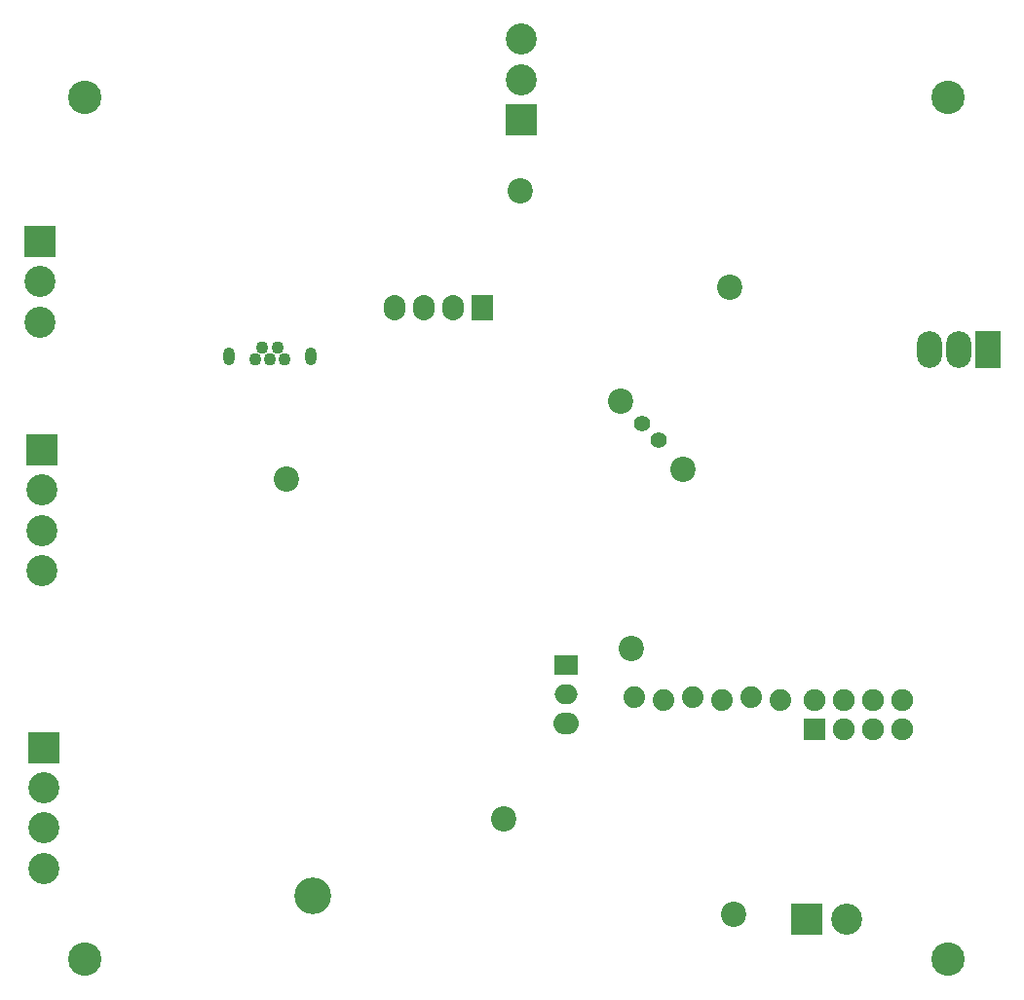
<source format=gbs>
G04 DipTrace 3.3.1.3*
G04 HypermaqBottomsidev0.1.gbs*
%MOMM*%
G04 #@! TF.FileFunction,Soldermask,Bot*
G04 #@! TF.Part,Single*
%ADD57O,2.0X1.7*%
%ADD58R,2.0X1.7*%
%ADD61C,1.8796*%
%ADD87C,2.9*%
%ADD96C,1.40015*%
%ADD104O,2.20015X3.20015*%
%ADD106R,2.20015X3.20015*%
%ADD110C,3.20015*%
%ADD122C,1.90015*%
%ADD124R,1.90015X1.90015*%
%ADD136O,2.20015X1.90015*%
%ADD138O,1.00015X1.55015*%
%ADD140C,1.10015*%
%ADD142R,2.70015X2.70015*%
%ADD144C,2.70015*%
%ADD146R,1.90015X2.20015*%
%ADD148O,1.90015X2.20015*%
%ADD152C,2.20015*%
%FSLAX35Y35*%
G04*
G71*
G90*
G75*
G01*
G04 BotMask*
%LPD*%
D152*
X4635500Y2222500D3*
X6635750Y1397003D3*
X6604000Y6842127D3*
X2746373Y5175250D3*
X4778373Y7683500D3*
D148*
X3687373Y6671873D3*
X3941373D3*
X4195373D3*
D146*
X4449373D3*
D144*
X7620000Y1349377D3*
D142*
X7270000D3*
D144*
X626750Y4380373D3*
Y4730373D3*
Y5080373D3*
D142*
Y5430373D3*
D144*
X642627Y1794247D3*
Y2144247D3*
Y2494247D3*
D142*
Y2844247D3*
D144*
X4794250Y9001127D3*
Y8651127D3*
D142*
Y8301127D3*
D140*
X2476500Y6223003D3*
D138*
X2964000Y6245003D3*
D140*
X2671500Y6323003D3*
X2606500Y6223003D3*
X2736500D3*
X2541500Y6323003D3*
D138*
X2249500Y6245003D3*
D136*
X5179623Y3052377D3*
D57*
Y3306377D3*
D58*
Y3560377D3*
D61*
X7041500Y3252250D3*
X6787500Y3277650D3*
X6533500Y3252250D3*
X6279500Y3277650D3*
X6025500Y3252250D3*
X5771500Y3277650D3*
D144*
X607620Y6544873D3*
Y6894873D3*
D142*
Y7244873D3*
D124*
X7338623Y3004750D3*
D122*
Y3258750D3*
X7592623Y3004750D3*
Y3258750D3*
X7846623Y3004750D3*
Y3258750D3*
X8100623Y3004750D3*
Y3258750D3*
D152*
X5751127Y3703247D3*
X6195623Y5258997D3*
X5649750Y5852250D3*
D110*
X2976750Y1549877D3*
D106*
X8842373Y6302377D3*
D104*
X8588373D3*
X8334373D3*
D96*
X5839750Y5662247D3*
X5988243Y5513753D3*
D87*
X1000000Y8500000D3*
X8500000D3*
Y1000000D3*
X1000000D3*
M02*

</source>
